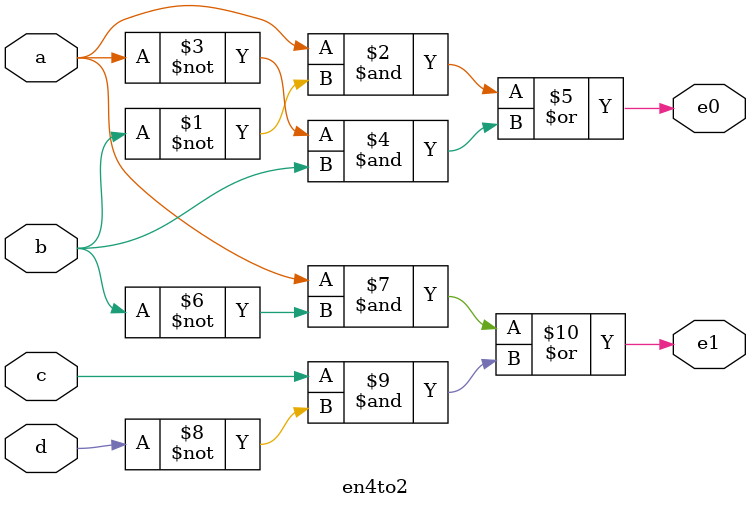
<source format=v>
`timescale 1ns / 1ps


module en4to2(
input a,b,c,d,
output e0, e1
);
    
    assign e0 = (a&~b) | (~a&b);
    assign e1 = (a&~b) | (c&~d);

             
endmodule

</source>
